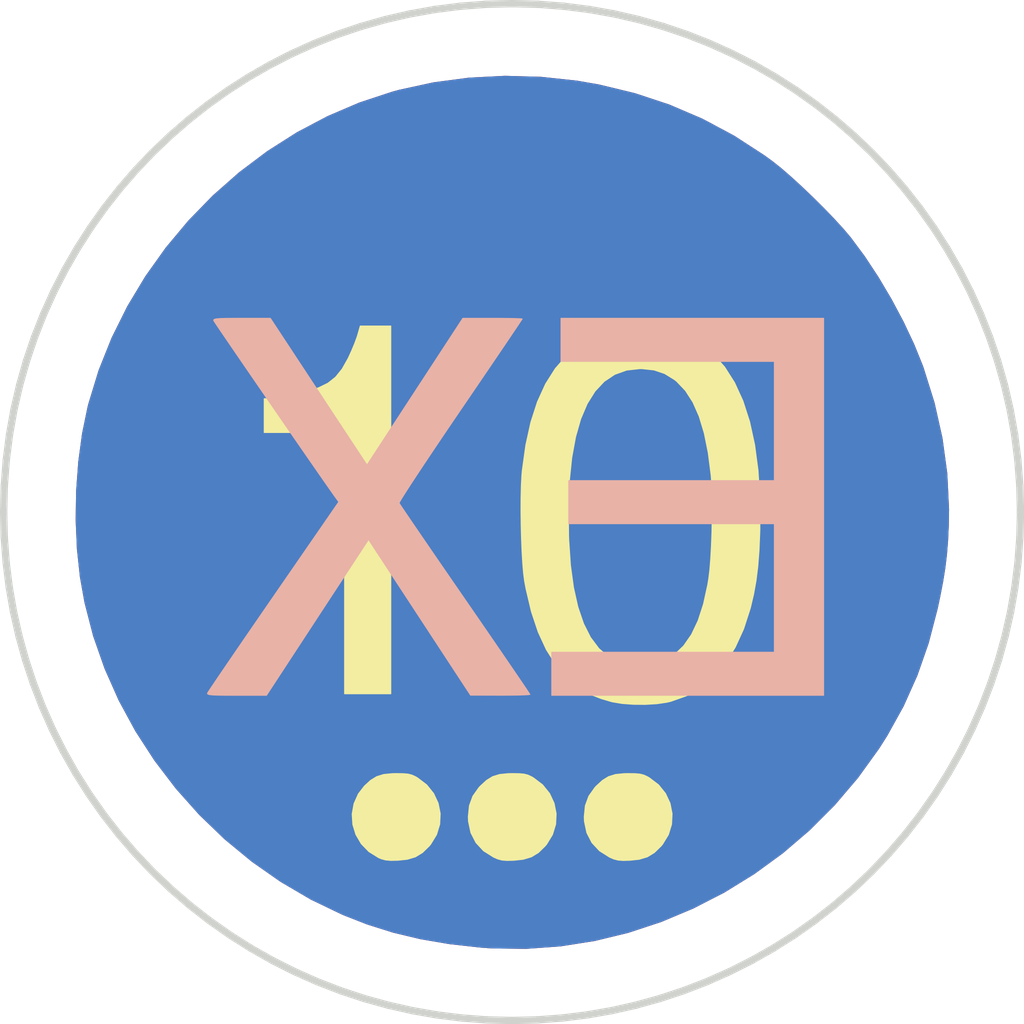
<source format=kicad_pcb>
(kicad_pcb (version 20171130) (host pcbnew 5.1.5+dfsg1-2build2)

  (general
    (thickness 1.6)
    (drawings 130)
    (tracks 0)
    (zones 0)
    (modules 4)
    (nets 1)
  )

  (page A4)
  (layers
    (0 F.Cu signal)
    (31 B.Cu signal)
    (32 B.Adhes user)
    (33 F.Adhes user)
    (34 B.Paste user)
    (35 F.Paste user)
    (36 B.SilkS user)
    (37 F.SilkS user)
    (38 B.Mask user)
    (39 F.Mask user)
    (40 Dwgs.User user)
    (41 Cmts.User user)
    (42 Eco1.User user)
    (43 Eco2.User user)
    (44 Edge.Cuts user)
    (45 Margin user)
    (46 B.CrtYd user)
    (47 F.CrtYd user)
    (48 B.Fab user)
    (49 F.Fab user)
  )

  (setup
    (last_trace_width 0.25)
    (trace_clearance 0.2)
    (zone_clearance 0.508)
    (zone_45_only no)
    (trace_min 0.2)
    (via_size 0.6)
    (via_drill 0.4)
    (via_min_size 0.4)
    (via_min_drill 0.3)
    (uvia_size 0.3)
    (uvia_drill 0.1)
    (uvias_allowed no)
    (uvia_min_size 0.2)
    (uvia_min_drill 0.1)
    (edge_width 0.15)
    (segment_width 0.2)
    (pcb_text_width 0.3)
    (pcb_text_size 1.5 1.5)
    (mod_edge_width 0.15)
    (mod_text_size 1 1)
    (mod_text_width 0.15)
    (pad_size 1.524 1.524)
    (pad_drill 0.762)
    (pad_to_mask_clearance 0.2)
    (aux_axis_origin 0 0)
    (visible_elements FFFFFF7F)
    (pcbplotparams
      (layerselection 0x010f0_ffffffff)
      (usegerberextensions false)
      (usegerberattributes false)
      (usegerberadvancedattributes false)
      (creategerberjobfile false)
      (excludeedgelayer true)
      (linewidth 0.100000)
      (plotframeref false)
      (viasonmask false)
      (mode 1)
      (useauxorigin false)
      (hpglpennumber 1)
      (hpglpenspeed 20)
      (hpglpendiameter 15.000000)
      (psnegative false)
      (psa4output false)
      (plotreference true)
      (plotvalue true)
      (plotinvisibletext false)
      (padsonsilk false)
      (subtractmaskfromsilk false)
      (outputformat 1)
      (mirror false)
      (drillshape 0)
      (scaleselection 1)
      (outputdirectory "gerbers/"))
  )

  (net 0 "")

  (net_class Default "This is the default net class."
    (clearance 0.2)
    (trace_width 0.25)
    (via_dia 0.6)
    (via_drill 0.4)
    (uvia_dia 0.3)
    (uvia_drill 0.1)
  )

  (module LOGO (layer F.Cu) (tedit 0) (tstamp 0)
    (at 0 0)
    (fp_text reference G*** (at 0 0) (layer F.SilkS) hide
      (effects (font (size 1.524 1.524) (thickness 0.3)))
    )
    (fp_text value LOGO (at 0.75 0) (layer F.SilkS) hide
      (effects (font (size 1.524 1.524) (thickness 0.3)))
    )
    (fp_poly (pts (xy -0.653666 -7.004494) (xy -0.162131 -6.951857) (xy 0.140773 -6.899218) (xy 0.632356 -6.7803)
      (xy 1.103543 -6.624376) (xy 1.555081 -6.431115) (xy 1.987714 -6.200188) (xy 2.402189 -5.931265)
      (xy 2.517121 -5.847596) (xy 2.632039 -5.756094) (xy 2.766843 -5.639358) (xy 2.91418 -5.504559)
      (xy 3.066697 -5.35887) (xy 3.217042 -5.209461) (xy 3.357863 -5.063506) (xy 3.481806 -4.928175)
      (xy 3.581519 -4.810642) (xy 3.586157 -4.804833) (xy 3.775778 -4.549418) (xy 3.963274 -4.26484)
      (xy 4.142561 -3.96199) (xy 4.307555 -3.65176) (xy 4.45217 -3.345041) (xy 4.570323 -3.052724)
      (xy 4.580125 -3.025609) (xy 4.730615 -2.544491) (xy 4.838822 -2.061537) (xy 4.904741 -1.576771)
      (xy 4.928369 -1.090217) (xy 4.924731 -0.85725) (xy 4.914848 -0.654055) (xy 4.89975 -0.467549)
      (xy 4.8778 -0.285602) (xy 4.847362 -0.096088) (xy 4.806797 0.113122) (xy 4.771477 0.277882)
      (xy 4.649815 0.744356) (xy 4.495622 1.186067) (xy 4.307054 1.607414) (xy 4.082268 2.012792)
      (xy 3.971125 2.187669) (xy 3.683055 2.587251) (xy 3.365904 2.959808) (xy 3.022156 3.3041)
      (xy 2.654298 3.618885) (xy 2.264815 3.902924) (xy 1.856194 4.154977) (xy 1.43092 4.373801)
      (xy 0.991479 4.558158) (xy 0.540358 4.706807) (xy 0.080041 4.818506) (xy -0.386985 4.892017)
      (xy -0.858235 4.926097) (xy -1.331223 4.919508) (xy -1.481666 4.908682) (xy -1.907703 4.861149)
      (xy -2.303099 4.79385) (xy -2.675558 4.704961) (xy -3.032785 4.592656) (xy -3.364929 4.462672)
      (xy -3.800305 4.253803) (xy -4.216549 4.009815) (xy -4.611722 3.733205) (xy -4.983884 3.426467)
      (xy -5.331093 3.092095) (xy -5.65141 2.732584) (xy -5.942893 2.350428) (xy -6.203602 1.948123)
      (xy -6.431597 1.528164) (xy -6.624937 1.093044) (xy -6.781682 0.645258) (xy -6.899891 0.187301)
      (xy -6.962158 -0.161807) (xy -7.003273 -0.542992) (xy -7.020364 -0.940226) (xy -7.013929 -1.343269)
      (xy -6.984464 -1.741884) (xy -6.932467 -2.12583) (xy -6.858435 -2.48487) (xy -6.847158 -2.529416)
      (xy -6.706761 -2.989062) (xy -6.52836 -3.435037) (xy -6.314157 -3.865115) (xy -6.066356 -4.277068)
      (xy -5.787161 -4.668668) (xy -5.478776 -5.037688) (xy -5.143404 -5.3819) (xy -4.78325 -5.699076)
      (xy -4.400517 -5.986988) (xy -3.997409 -6.24341) (xy -3.576129 -6.466113) (xy -3.138882 -6.652869)
      (xy -2.687871 -6.801451) (xy -2.596289 -6.82637) (xy -2.124388 -6.92893) (xy -1.639908 -6.992895)
      (xy -1.147963 -7.018128) (xy -0.653666 -7.004494)) (layer B.Cu) (width 0.01))
  )

  (module LOGO (layer F.Cu) (tedit 0) (tstamp 0)
    (at 0 0)
    (fp_text reference G*** (at 0 0) (layer F.SilkS) hide
      (effects (font (size 1.524 1.524) (thickness 0.3)))
    )
    (fp_text value LOGO (at 0.75 0) (layer F.SilkS) hide
      (effects (font (size 1.524 1.524) (thickness 0.3)))
    )
    (fp_poly (pts (xy -3.881803 -2.979208) (xy -3.769704 -2.808904) (xy -3.657291 -2.638166) (xy -3.548422 -2.472849)
      (xy -3.446952 -2.318808) (xy -3.356738 -2.181898) (xy -3.281638 -2.067975) (xy -3.225508 -1.982891)
      (xy -3.22047 -1.975261) (xy -3.036258 -1.696272) (xy -2.380671 -2.699967) (xy -1.725083 -3.703662)
      (xy -1.317625 -3.703914) (xy -1.191524 -3.703534) (xy -1.081289 -3.702326) (xy -0.993379 -3.700434)
      (xy -0.934253 -3.698) (xy -0.910368 -3.695168) (xy -0.910166 -3.694875) (xy -0.921789 -3.676298)
      (xy -0.955391 -3.625566) (xy -1.009077 -3.545482) (xy -1.080949 -3.438849) (xy -1.16911 -3.308469)
      (xy -1.271664 -3.157144) (xy -1.386713 -2.987679) (xy -1.512361 -2.802874) (xy -1.64671 -2.605532)
      (xy -1.757771 -2.442584) (xy -1.8976 -2.236953) (xy -2.029951 -2.041207) (xy -2.152944 -1.858193)
      (xy -2.264703 -1.690758) (xy -2.363351 -1.541749) (xy -2.447009 -1.414012) (xy -2.513799 -1.310396)
      (xy -2.561846 -1.233746) (xy -2.58927 -1.186909) (xy -2.595131 -1.172887) (xy -2.581718 -1.151526)
      (xy -2.546135 -1.098124) (xy -2.490285 -1.015466) (xy -2.41607 -0.906333) (xy -2.325393 -0.773508)
      (xy -2.220156 -0.619775) (xy -2.102261 -0.447915) (xy -1.973612 -0.260713) (xy -1.83611 -0.06095)
      (xy -1.69461 0.144313) (xy -1.550586 0.353251) (xy -1.413787 0.552038) (xy -1.286086 0.737931)
      (xy -1.169357 0.908185) (xy -1.065473 1.060057) (xy -0.97631 1.190805) (xy -0.90374 1.297683)
      (xy -0.849638 1.37795) (xy -0.815878 1.428861) (xy -0.804333 1.447658) (xy -0.824422 1.451581)
      (xy -0.880385 1.454914) (xy -0.965762 1.457468) (xy -1.074095 1.459056) (xy -1.198925 1.459492)
      (xy -1.211791 1.459466) (xy -1.61925 1.458432) (xy -2.317326 0.393258) (xy -3.015403 -0.671916)
      (xy -3.280695 -0.267166) (xy -3.357757 -0.149561) (xy -3.452895 -0.004318) (xy -3.561008 0.160773)
      (xy -3.676997 0.337925) (xy -3.795763 0.519349) (xy -3.912204 0.697255) (xy -3.978813 0.799042)
      (xy -4.41164 1.4605) (xy -4.822168 1.4605) (xy -4.964681 1.460147) (xy -5.069988 1.458812)
      (xy -5.143212 1.456084) (xy -5.189477 1.451551) (xy -5.213907 1.444802) (xy -5.221624 1.435425)
      (xy -5.220417 1.428503) (xy -5.206664 1.406274) (xy -5.170735 1.352024) (xy -5.114537 1.268548)
      (xy -5.039978 1.158639) (xy -4.948966 1.025093) (xy -4.843407 0.870703) (xy -4.72521 0.698263)
      (xy -4.596281 0.510568) (xy -4.45853 0.310412) (xy -4.315997 0.103682) (xy -3.423854 -1.189142)
      (xy -3.465009 -1.245446) (xy -3.498038 -1.291618) (xy -3.550638 -1.366402) (xy -3.620429 -1.466342)
      (xy -3.705031 -1.587982) (xy -3.802064 -1.727866) (xy -3.909147 -1.882539) (xy -4.023902 -2.048545)
      (xy -4.143948 -2.222428) (xy -4.266906 -2.400733) (xy -4.390394 -2.580004) (xy -4.512034 -2.756785)
      (xy -4.629446 -2.927621) (xy -4.740249 -3.089057) (xy -4.842063 -3.237635) (xy -4.932509 -3.369902)
      (xy -5.009207 -3.482401) (xy -5.069777 -3.571676) (xy -5.111838 -3.634272) (xy -5.133011 -3.666733)
      (xy -5.135048 -3.670338) (xy -5.135874 -3.682246) (xy -5.124353 -3.691011) (xy -5.095182 -3.697103)
      (xy -5.043058 -3.700992) (xy -4.962678 -3.703148) (xy -4.848741 -3.704041) (xy -4.753476 -3.704166)
      (xy -4.358923 -3.704166) (xy -3.881803 -2.979208)) (layer B.SilkS) (width 0.01))
    (fp_poly (pts (xy 3.217334 1.4605) (xy -0.508 1.4605) (xy -0.508 0.867834) (xy 2.54 0.867834)
      (xy 2.54 -0.889) (xy -0.275166 -0.889) (xy -0.275166 -1.481666) (xy 2.54 -1.481666)
      (xy 2.54 -3.1115) (xy -0.381 -3.1115) (xy -0.381 -3.704166) (xy 3.217334 -3.704166)
      (xy 3.217334 1.4605)) (layer B.SilkS) (width 0.01))
  )

  (module LOGO (layer F.Cu) (tedit 0) (tstamp 0)
    (at 0 0)
    (fp_text reference G*** (at 0 0) (layer F.SilkS) hide
      (effects (font (size 1.524 1.524) (thickness 0.3)))
    )
    (fp_text value LOGO (at 0.75 0) (layer F.SilkS) hide
      (effects (font (size 1.524 1.524) (thickness 0.3)))
    )
    (fp_poly (pts (xy -0.653666 -7.004494) (xy -0.162131 -6.951857) (xy 0.140773 -6.899218) (xy 0.632356 -6.7803)
      (xy 1.103543 -6.624376) (xy 1.555081 -6.431115) (xy 1.987714 -6.200188) (xy 2.402189 -5.931265)
      (xy 2.517121 -5.847596) (xy 2.632039 -5.756094) (xy 2.766843 -5.639358) (xy 2.91418 -5.504559)
      (xy 3.066697 -5.35887) (xy 3.217042 -5.209461) (xy 3.357863 -5.063506) (xy 3.481806 -4.928175)
      (xy 3.581519 -4.810642) (xy 3.586157 -4.804833) (xy 3.775778 -4.549418) (xy 3.963274 -4.26484)
      (xy 4.142561 -3.96199) (xy 4.307555 -3.65176) (xy 4.45217 -3.345041) (xy 4.570323 -3.052724)
      (xy 4.580125 -3.025609) (xy 4.730615 -2.544491) (xy 4.838822 -2.061537) (xy 4.904741 -1.576771)
      (xy 4.928369 -1.090217) (xy 4.924731 -0.85725) (xy 4.914848 -0.654055) (xy 4.89975 -0.467549)
      (xy 4.8778 -0.285602) (xy 4.847362 -0.096088) (xy 4.806797 0.113122) (xy 4.771477 0.277882)
      (xy 4.649815 0.744356) (xy 4.495622 1.186067) (xy 4.307054 1.607414) (xy 4.082268 2.012792)
      (xy 3.971125 2.187669) (xy 3.683055 2.587251) (xy 3.365904 2.959808) (xy 3.022156 3.3041)
      (xy 2.654298 3.618885) (xy 2.264815 3.902924) (xy 1.856194 4.154977) (xy 1.43092 4.373801)
      (xy 0.991479 4.558158) (xy 0.540358 4.706807) (xy 0.080041 4.818506) (xy -0.386985 4.892017)
      (xy -0.858235 4.926097) (xy -1.331223 4.919508) (xy -1.481666 4.908682) (xy -1.907703 4.861149)
      (xy -2.303099 4.79385) (xy -2.675558 4.704961) (xy -3.032785 4.592656) (xy -3.364929 4.462672)
      (xy -3.800305 4.253803) (xy -4.216549 4.009815) (xy -4.611722 3.733205) (xy -4.983884 3.426467)
      (xy -5.331093 3.092095) (xy -5.65141 2.732584) (xy -5.942893 2.350428) (xy -6.203602 1.948123)
      (xy -6.431597 1.528164) (xy -6.624937 1.093044) (xy -6.781682 0.645258) (xy -6.899891 0.187301)
      (xy -6.962158 -0.161807) (xy -7.003273 -0.542992) (xy -7.020364 -0.940226) (xy -7.013929 -1.343269)
      (xy -6.984464 -1.741884) (xy -6.932467 -2.12583) (xy -6.858435 -2.48487) (xy -6.847158 -2.529416)
      (xy -6.706761 -2.989062) (xy -6.52836 -3.435037) (xy -6.314157 -3.865115) (xy -6.066356 -4.277068)
      (xy -5.787161 -4.668668) (xy -5.478776 -5.037688) (xy -5.143404 -5.3819) (xy -4.78325 -5.699076)
      (xy -4.400517 -5.986988) (xy -3.997409 -6.24341) (xy -3.576129 -6.466113) (xy -3.138882 -6.652869)
      (xy -2.687871 -6.801451) (xy -2.596289 -6.82637) (xy -2.124388 -6.92893) (xy -1.639908 -6.992895)
      (xy -1.147963 -7.018128) (xy -0.653666 -7.004494)) (layer F.Cu) (width 0.01))
  )

  (module LOGO (layer F.Cu) (tedit 0) (tstamp 0)
    (at 0 0)
    (fp_text reference G*** (at 0 0) (layer F.SilkS) hide
      (effects (font (size 1.524 1.524) (thickness 0.3)))
    )
    (fp_text value LOGO (at 0.75 0) (layer F.SilkS) hide
      (effects (font (size 1.524 1.524) (thickness 0.3)))
    )
    (fp_poly (pts (xy -2.539161 2.530912) (xy -2.471909 2.536921) (xy -2.420041 2.550288) (xy -2.370107 2.573707)
      (xy -2.345985 2.587476) (xy -2.218597 2.684397) (xy -2.123189 2.802844) (xy -2.060841 2.936568)
      (xy -2.03263 3.079317) (xy -2.039637 3.224842) (xy -2.08294 3.36689) (xy -2.163618 3.499213)
      (xy -2.184334 3.523961) (xy -2.276163 3.613306) (xy -2.37227 3.672039) (xy -2.484791 3.705675)
      (xy -2.614083 3.719234) (xy -2.711254 3.721154) (xy -2.782011 3.714899) (xy -2.841838 3.69833)
      (xy -2.878666 3.682671) (xy -3.011679 3.599789) (xy -3.115646 3.492299) (xy -3.189301 3.366574)
      (xy -3.231379 3.228989) (xy -3.240616 3.085916) (xy -3.215745 2.943729) (xy -3.155502 2.808802)
      (xy -3.0733 2.702248) (xy -2.987341 2.623069) (xy -2.903311 2.571374) (xy -2.808549 2.54217)
      (xy -2.690391 2.530467) (xy -2.63525 2.529569) (xy -2.539161 2.530912)) (layer F.SilkS) (width 0.01))
    (fp_poly (pts (xy -0.951661 2.530912) (xy -0.884409 2.536921) (xy -0.832541 2.550288) (xy -0.782607 2.573707)
      (xy -0.758485 2.587476) (xy -0.631097 2.684397) (xy -0.535689 2.802844) (xy -0.473341 2.936568)
      (xy -0.44513 3.079317) (xy -0.452137 3.224842) (xy -0.49544 3.36689) (xy -0.576118 3.499213)
      (xy -0.596834 3.523961) (xy -0.688681 3.613292) (xy -0.78491 3.672072) (xy -0.897642 3.705815)
      (xy -1.026583 3.7195) (xy -1.1202 3.721825) (xy -1.187881 3.716528) (xy -1.245708 3.701113)
      (xy -1.302193 3.676732) (xy -1.440396 3.589464) (xy -1.545066 3.476921) (xy -1.614674 3.341539)
      (xy -1.647693 3.185754) (xy -1.650328 3.122084) (xy -1.635158 2.969944) (xy -1.587822 2.839844)
      (xy -1.504708 2.722571) (xy -1.4858 2.702248) (xy -1.399841 2.623069) (xy -1.315811 2.571374)
      (xy -1.221049 2.54217) (xy -1.102891 2.530467) (xy -1.04775 2.529569) (xy -0.951661 2.530912)) (layer F.SilkS) (width 0.01))
    (fp_poly (pts (xy 0.635839 2.530912) (xy 0.703091 2.536921) (xy 0.754959 2.550288) (xy 0.804893 2.573707)
      (xy 0.829015 2.587476) (xy 0.956403 2.684397) (xy 1.051811 2.802844) (xy 1.114159 2.936568)
      (xy 1.14237 3.079317) (xy 1.135363 3.224842) (xy 1.09206 3.36689) (xy 1.011382 3.499213)
      (xy 0.990666 3.523961) (xy 0.898819 3.613292) (xy 0.80259 3.672072) (xy 0.689858 3.705815)
      (xy 0.560917 3.7195) (xy 0.4673 3.721825) (xy 0.399619 3.716528) (xy 0.341792 3.701113)
      (xy 0.285307 3.676732) (xy 0.147104 3.589464) (xy 0.042434 3.476921) (xy -0.027174 3.341539)
      (xy -0.060193 3.185754) (xy -0.062828 3.122084) (xy -0.047658 2.969944) (xy -0.000322 2.839844)
      (xy 0.082792 2.722571) (xy 0.1017 2.702248) (xy 0.187659 2.623069) (xy 0.271689 2.571374)
      (xy 0.366451 2.54217) (xy 0.484609 2.530467) (xy 0.53975 2.529569) (xy 0.635839 2.530912)) (layer F.SilkS) (width 0.01))
    (fp_poly (pts (xy 0.960234 -3.566685) (xy 1.173073 -3.525065) (xy 1.364345 -3.453487) (xy 1.540213 -3.349658)
      (xy 1.703778 -3.214192) (xy 1.861735 -3.035886) (xy 1.997723 -2.821849) (xy 2.1116 -2.572626)
      (xy 2.203224 -2.288759) (xy 2.272452 -1.970792) (xy 2.319142 -1.619267) (xy 2.343151 -1.234728)
      (xy 2.344337 -0.817718) (xy 2.343236 -0.775676) (xy 2.332815 -0.525645) (xy 2.316148 -0.307613)
      (xy 2.291976 -0.111539) (xy 2.259037 0.072615) (xy 2.216073 0.25489) (xy 2.21198 0.27039)
      (xy 2.12092 0.551941) (xy 2.006425 0.802384) (xy 1.869625 1.020446) (xy 1.71165 1.204859)
      (xy 1.533628 1.35435) (xy 1.336692 1.46765) (xy 1.121969 1.543488) (xy 1.068917 1.555764)
      (xy 0.932057 1.575777) (xy 0.774531 1.585066) (xy 0.611151 1.583825) (xy 0.45673 1.57225)
      (xy 0.326082 1.550534) (xy 0.306917 1.545746) (xy 0.170375 1.505497) (xy 0.059532 1.46234)
      (xy -0.042028 1.409043) (xy -0.127407 1.35439) (xy -0.298861 1.214677) (xy -0.44991 1.041825)
      (xy -0.58107 0.834827) (xy -0.692861 0.592679) (xy -0.7858 0.314375) (xy -0.860405 -0.001089)
      (xy -0.87976 -0.105833) (xy -0.893418 -0.209475) (xy -0.905118 -0.346979) (xy -0.914682 -0.509912)
      (xy -0.92193 -0.689841) (xy -0.926685 -0.878332) (xy -0.928768 -1.066951) (xy -0.928559 -1.11611)
      (xy -0.279058 -1.11611) (xy -0.274624 -0.722266) (xy -0.272473 -0.663504) (xy -0.249154 -0.321177)
      (xy -0.20778 -0.017083) (xy -0.148304 0.248859) (xy -0.070681 0.476728) (xy 0.025137 0.666606)
      (xy 0.139197 0.818571) (xy 0.271546 0.932704) (xy 0.422229 1.009086) (xy 0.591294 1.047794)
      (xy 0.73025 1.052149) (xy 0.847441 1.041849) (xy 0.94468 1.019333) (xy 1.03129 0.985462)
      (xy 1.174044 0.900362) (xy 1.298694 0.781406) (xy 1.405836 0.627504) (xy 1.496068 0.437563)
      (xy 1.569985 0.210491) (xy 1.628184 -0.054802) (xy 1.640908 -0.130765) (xy 1.656122 -0.254201)
      (xy 1.668804 -0.410289) (xy 1.67873 -0.589411) (xy 1.685674 -0.781948) (xy 1.689414 -0.978283)
      (xy 1.689725 -1.168796) (xy 1.686383 -1.343871) (xy 1.679164 -1.493888) (xy 1.674103 -1.55575)
      (xy 1.635043 -1.861787) (xy 1.580931 -2.129259) (xy 1.511319 -2.359339) (xy 1.425757 -2.553196)
      (xy 1.323797 -2.712001) (xy 1.204989 -2.836926) (xy 1.172982 -2.862711) (xy 1.038888 -2.945384)
      (xy 0.894225 -2.994081) (xy 0.728839 -3.012001) (xy 0.6985 -3.01222) (xy 0.518135 -2.992129)
      (xy 0.35595 -2.933937) (xy 0.212011 -2.837804) (xy 0.086386 -2.703893) (xy -0.02086 -2.532364)
      (xy -0.109659 -2.32338) (xy -0.179946 -2.077101) (xy -0.231652 -1.793689) (xy -0.264712 -1.473305)
      (xy -0.279058 -1.11611) (xy -0.928559 -1.11611) (xy -0.928 -1.247266) (xy -0.924203 -1.410844)
      (xy -0.917199 -1.549249) (xy -0.911669 -1.613971) (xy -0.863075 -1.965063) (xy -0.793847 -2.279832)
      (xy -0.703619 -2.559124) (xy -0.59202 -2.803785) (xy -0.458682 -3.01466) (xy -0.303237 -3.192596)
      (xy -0.175916 -3.301929) (xy -0.013453 -3.411604) (xy 0.148373 -3.491246) (xy 0.319404 -3.543917)
      (xy 0.509482 -3.572681) (xy 0.719667 -3.580643) (xy 0.960234 -3.566685)) (layer F.SilkS) (width 0.01))
    (fp_poly (pts (xy -2.709333 1.439334) (xy -3.344333 1.439334) (xy -3.344333 -2.137833) (xy -4.445 -2.137833)
      (xy -4.445 -2.6035) (xy -4.389451 -2.6035) (xy -4.332167 -2.60869) (xy -4.244591 -2.622732)
      (xy -4.137272 -2.64333) (xy -4.020758 -2.66819) (xy -3.905596 -2.695017) (xy -3.802337 -2.721516)
      (xy -3.721526 -2.745393) (xy -3.696272 -2.754296) (xy -3.571033 -2.815589) (xy -3.466923 -2.898369)
      (xy -3.377122 -3.009509) (xy -3.294812 -3.155876) (xy -3.292068 -3.161544) (xy -3.247059 -3.260164)
      (xy -3.205419 -3.360544) (xy -3.173662 -3.446623) (xy -3.164271 -3.476625) (xy -3.129663 -3.598333)
      (xy -2.709333 -3.598333) (xy -2.709333 1.439334)) (layer F.SilkS) (width 0.01))
  )

  (gr_line (start 5.9113 -1.0498) (end 5.9028 -0.7046) (layer Edge.Cuts) (width 0.1))
  (gr_line (start 5.9028 -0.7046) (end 5.8774 -0.3618) (layer Edge.Cuts) (width 0.1))
  (gr_line (start 5.8774 -0.3618) (end 5.8351 -0.0219) (layer Edge.Cuts) (width 0.1))
  (gr_line (start 5.8351 -0.0219) (end 5.7764 0.3147) (layer Edge.Cuts) (width 0.1))
  (gr_line (start 5.7764 0.3147) (end 5.7014 0.647) (layer Edge.Cuts) (width 0.1))
  (gr_line (start 5.7014 0.647) (end 5.6105 0.9748) (layer Edge.Cuts) (width 0.1))
  (gr_line (start 5.6105 0.9748) (end 5.5037 1.2974) (layer Edge.Cuts) (width 0.1))
  (gr_line (start 5.5037 1.2974) (end 5.3814 1.6142) (layer Edge.Cuts) (width 0.1))
  (gr_line (start 5.3814 1.6142) (end 5.2439 1.9247) (layer Edge.Cuts) (width 0.1))
  (gr_line (start 5.2439 1.9247) (end 5.0913 2.2282) (layer Edge.Cuts) (width 0.1))
  (gr_line (start 5.0913 2.2282) (end 4.9239 2.5243) (layer Edge.Cuts) (width 0.1))
  (gr_line (start 4.9239 2.5243) (end 4.7418 2.8123) (layer Edge.Cuts) (width 0.1))
  (gr_line (start 4.7418 2.8123) (end 4.5454 3.0918) (layer Edge.Cuts) (width 0.1))
  (gr_line (start 4.5454 3.0918) (end 4.3349 3.362) (layer Edge.Cuts) (width 0.1))
  (gr_line (start 4.3349 3.362) (end 4.1105 3.6225) (layer Edge.Cuts) (width 0.1))
  (gr_line (start 4.1105 3.6225) (end 3.8725 3.8726) (layer Edge.Cuts) (width 0.1))
  (gr_line (start 3.8725 3.8726) (end 3.6223 4.1107) (layer Edge.Cuts) (width 0.1))
  (gr_line (start 3.6223 4.1107) (end 3.3619 4.335) (layer Edge.Cuts) (width 0.1))
  (gr_line (start 3.3619 4.335) (end 3.0916 4.5455) (layer Edge.Cuts) (width 0.1))
  (gr_line (start 3.0916 4.5455) (end 2.8122 4.742) (layer Edge.Cuts) (width 0.1))
  (gr_line (start 2.8122 4.742) (end 2.5241 4.924) (layer Edge.Cuts) (width 0.1))
  (gr_line (start 2.5241 4.924) (end 2.228 5.0915) (layer Edge.Cuts) (width 0.1))
  (gr_line (start 2.228 5.0915) (end 1.9245 5.2441) (layer Edge.Cuts) (width 0.1))
  (gr_line (start 1.9245 5.2441) (end 1.614 5.3816) (layer Edge.Cuts) (width 0.1))
  (gr_line (start 1.614 5.3816) (end 1.2973 5.5039) (layer Edge.Cuts) (width 0.1))
  (gr_line (start 1.2973 5.5039) (end 0.9746 5.6107) (layer Edge.Cuts) (width 0.1))
  (gr_line (start 0.9746 5.6107) (end 0.6469 5.7016) (layer Edge.Cuts) (width 0.1))
  (gr_line (start 0.6469 5.7016) (end 0.3145 5.7766) (layer Edge.Cuts) (width 0.1))
  (gr_line (start 0.3145 5.7766) (end -0.022 5.8353) (layer Edge.Cuts) (width 0.1))
  (gr_line (start -0.022 5.8353) (end -0.362 5.8775) (layer Edge.Cuts) (width 0.1))
  (gr_line (start -0.362 5.8775) (end -0.7047 5.903) (layer Edge.Cuts) (width 0.1))
  (gr_line (start -0.7047 5.903) (end -1.05 5.9115) (layer Edge.Cuts) (width 0.1))
  (gr_line (start -1.05 5.9115) (end -1.3952 5.903) (layer Edge.Cuts) (width 0.1))
  (gr_line (start -1.3952 5.903) (end -1.738 5.8775) (layer Edge.Cuts) (width 0.1))
  (gr_line (start -1.738 5.8775) (end -2.078 5.8353) (layer Edge.Cuts) (width 0.1))
  (gr_line (start -2.078 5.8353) (end -2.4144 5.7766) (layer Edge.Cuts) (width 0.1))
  (gr_line (start -2.4144 5.7766) (end -2.7468 5.7016) (layer Edge.Cuts) (width 0.1))
  (gr_line (start -2.7468 5.7016) (end -3.0746 5.6107) (layer Edge.Cuts) (width 0.1))
  (gr_line (start -3.0746 5.6107) (end -3.3972 5.5039) (layer Edge.Cuts) (width 0.1))
  (gr_line (start -3.3972 5.5039) (end -3.714 5.3816) (layer Edge.Cuts) (width 0.1))
  (gr_line (start -3.714 5.3816) (end -4.0244 5.2441) (layer Edge.Cuts) (width 0.1))
  (gr_line (start -4.0244 5.2441) (end -4.328 5.0915) (layer Edge.Cuts) (width 0.1))
  (gr_line (start -4.328 5.0915) (end -4.6241 4.924) (layer Edge.Cuts) (width 0.1))
  (gr_line (start -4.6241 4.924) (end -4.9122 4.742) (layer Edge.Cuts) (width 0.1))
  (gr_line (start -4.9122 4.742) (end -5.1915 4.5455) (layer Edge.Cuts) (width 0.1))
  (gr_line (start -5.1915 4.5455) (end -5.4618 4.335) (layer Edge.Cuts) (width 0.1))
  (gr_line (start -5.4618 4.335) (end -5.7222 4.1107) (layer Edge.Cuts) (width 0.1))
  (gr_line (start -5.7222 4.1107) (end -5.9724 3.8726) (layer Edge.Cuts) (width 0.1))
  (gr_line (start -5.9724 3.8726) (end -6.2104 3.6225) (layer Edge.Cuts) (width 0.1))
  (gr_line (start -6.2104 3.6225) (end -6.4349 3.362) (layer Edge.Cuts) (width 0.1))
  (gr_line (start -6.4349 3.362) (end -6.6453 3.0918) (layer Edge.Cuts) (width 0.1))
  (gr_line (start -6.6453 3.0918) (end -6.8417 2.8123) (layer Edge.Cuts) (width 0.1))
  (gr_line (start -6.8417 2.8123) (end -7.0238 2.5243) (layer Edge.Cuts) (width 0.1))
  (gr_line (start -7.0238 2.5243) (end -7.1912 2.2282) (layer Edge.Cuts) (width 0.1))
  (gr_line (start -7.1912 2.2282) (end -7.3438 1.9247) (layer Edge.Cuts) (width 0.1))
  (gr_line (start -7.3438 1.9247) (end -7.4814 1.6142) (layer Edge.Cuts) (width 0.1))
  (gr_line (start -7.4814 1.6142) (end -7.6036 1.2974) (layer Edge.Cuts) (width 0.1))
  (gr_line (start -7.6036 1.2974) (end -7.7104 0.9748) (layer Edge.Cuts) (width 0.1))
  (gr_line (start -7.7104 0.9748) (end -7.8014 0.647) (layer Edge.Cuts) (width 0.1))
  (gr_line (start -7.8014 0.647) (end -7.8763 0.3147) (layer Edge.Cuts) (width 0.1))
  (gr_line (start -7.8763 0.3147) (end -7.935 -0.0219) (layer Edge.Cuts) (width 0.1))
  (gr_line (start -7.935 -0.0219) (end -7.9773 -0.3618) (layer Edge.Cuts) (width 0.1))
  (gr_line (start -7.9773 -0.3618) (end -8.0028 -0.7046) (layer Edge.Cuts) (width 0.1))
  (gr_line (start -8.0028 -0.7046) (end -8.0113 -1.0498) (layer Edge.Cuts) (width 0.1))
  (gr_line (start -8.0113 -1.0498) (end -8.0023 -1.408) (layer Edge.Cuts) (width 0.1))
  (gr_line (start -8.0023 -1.408) (end -7.9754 -1.7615) (layer Edge.Cuts) (width 0.1))
  (gr_line (start -7.9754 -1.7615) (end -7.9312 -2.11) (layer Edge.Cuts) (width 0.1))
  (gr_line (start -7.9312 -2.11) (end -7.8699 -2.4527) (layer Edge.Cuts) (width 0.1))
  (gr_line (start -7.8699 -2.4527) (end -7.7922 -2.7895) (layer Edge.Cuts) (width 0.1))
  (gr_line (start -7.7922 -2.7895) (end -7.6984 -3.1199) (layer Edge.Cuts) (width 0.1))
  (gr_line (start -7.6984 -3.1199) (end -7.589 -3.4434) (layer Edge.Cuts) (width 0.1))
  (gr_line (start -7.589 -3.4434) (end -7.4643 -3.7594) (layer Edge.Cuts) (width 0.1))
  (gr_line (start -7.4643 -3.7594) (end -7.3249 -4.0679) (layer Edge.Cuts) (width 0.1))
  (gr_line (start -7.3249 -4.0679) (end -7.1711 -4.368) (layer Edge.Cuts) (width 0.1))
  (gr_line (start -7.1711 -4.368) (end -7.0035 -4.6595) (layer Edge.Cuts) (width 0.1))
  (gr_line (start -7.0035 -4.6595) (end -6.8224 -4.942) (layer Edge.Cuts) (width 0.1))
  (gr_line (start -6.8224 -4.942) (end -6.6284 -5.2149) (layer Edge.Cuts) (width 0.1))
  (gr_line (start -6.6284 -5.2149) (end -6.4217 -5.4779) (layer Edge.Cuts) (width 0.1))
  (gr_line (start -6.4217 -5.4779) (end -6.2029 -5.7305) (layer Edge.Cuts) (width 0.1))
  (gr_line (start -6.2029 -5.7305) (end -5.9724 -5.9722) (layer Edge.Cuts) (width 0.1))
  (gr_line (start -5.9724 -5.9722) (end -5.7306 -6.2027) (layer Edge.Cuts) (width 0.1))
  (gr_line (start -5.7306 -6.2027) (end -5.4781 -6.4215) (layer Edge.Cuts) (width 0.1))
  (gr_line (start -5.4781 -6.4215) (end -5.215 -6.6281) (layer Edge.Cuts) (width 0.1))
  (gr_line (start -5.215 -6.6281) (end -4.9422 -6.8222) (layer Edge.Cuts) (width 0.1))
  (gr_line (start -4.9422 -6.8222) (end -4.6597 -7.0034) (layer Edge.Cuts) (width 0.1))
  (gr_line (start -4.6597 -7.0034) (end -4.3682 -7.1709) (layer Edge.Cuts) (width 0.1))
  (gr_line (start -4.3682 -7.1709) (end -4.068 -7.3247) (layer Edge.Cuts) (width 0.1))
  (gr_line (start -4.068 -7.3247) (end -3.7597 -7.4641) (layer Edge.Cuts) (width 0.1))
  (gr_line (start -3.7597 -7.4641) (end -3.4436 -7.5888) (layer Edge.Cuts) (width 0.1))
  (gr_line (start -3.4436 -7.5888) (end -3.1201 -7.6981) (layer Edge.Cuts) (width 0.1))
  (gr_line (start -3.1201 -7.6981) (end -2.7897 -7.792) (layer Edge.Cuts) (width 0.1))
  (gr_line (start -2.7897 -7.792) (end -2.453 -7.8697) (layer Edge.Cuts) (width 0.1))
  (gr_line (start -2.453 -7.8697) (end -2.1102 -7.9309) (layer Edge.Cuts) (width 0.1))
  (gr_line (start -2.1102 -7.9309) (end -1.7617 -7.9752) (layer Edge.Cuts) (width 0.1))
  (gr_line (start -1.7617 -7.9752) (end -1.4083 -8.0021) (layer Edge.Cuts) (width 0.1))
  (gr_line (start -1.4083 -8.0021) (end -1.05 -8.0111) (layer Edge.Cuts) (width 0.1))
  (gr_line (start -1.05 -8.0111) (end -0.6917 -8.0021) (layer Edge.Cuts) (width 0.1))
  (gr_line (start -0.6917 -8.0021) (end -0.3383 -7.9752) (layer Edge.Cuts) (width 0.1))
  (gr_line (start -0.3383 -7.9752) (end 0.0102 -7.9309) (layer Edge.Cuts) (width 0.1))
  (gr_line (start 0.0102 -7.9309) (end 0.353 -7.8697) (layer Edge.Cuts) (width 0.1))
  (gr_line (start 0.353 -7.8697) (end 0.6898 -7.792) (layer Edge.Cuts) (width 0.1))
  (gr_line (start 0.6898 -7.792) (end 1.0201 -7.6981) (layer Edge.Cuts) (width 0.1))
  (gr_line (start 1.0201 -7.6981) (end 1.3436 -7.5888) (layer Edge.Cuts) (width 0.1))
  (gr_line (start 1.3436 -7.5888) (end 1.6597 -7.4641) (layer Edge.Cuts) (width 0.1))
  (gr_line (start 1.6597 -7.4641) (end 1.968 -7.3247) (layer Edge.Cuts) (width 0.1))
  (gr_line (start 1.968 -7.3247) (end 2.2682 -7.1709) (layer Edge.Cuts) (width 0.1))
  (gr_line (start 2.2682 -7.1709) (end 2.5598 -7.0034) (layer Edge.Cuts) (width 0.1))
  (gr_line (start 2.5598 -7.0034) (end 2.8422 -6.8222) (layer Edge.Cuts) (width 0.1))
  (gr_line (start 2.8422 -6.8222) (end 3.1151 -6.6281) (layer Edge.Cuts) (width 0.1))
  (gr_line (start 3.1151 -6.6281) (end 3.3781 -6.4215) (layer Edge.Cuts) (width 0.1))
  (gr_line (start 3.3781 -6.4215) (end 3.6306 -6.2027) (layer Edge.Cuts) (width 0.1))
  (gr_line (start 3.6306 -6.2027) (end 3.8725 -5.9722) (layer Edge.Cuts) (width 0.1))
  (gr_line (start 3.8725 -5.9722) (end 4.1029 -5.7305) (layer Edge.Cuts) (width 0.1))
  (gr_line (start 4.1029 -5.7305) (end 4.3218 -5.4779) (layer Edge.Cuts) (width 0.1))
  (gr_line (start 4.3218 -5.4779) (end 4.5284 -5.2149) (layer Edge.Cuts) (width 0.1))
  (gr_line (start 4.5284 -5.2149) (end 4.7225 -4.942) (layer Edge.Cuts) (width 0.1))
  (gr_line (start 4.7225 -4.942) (end 4.9035 -4.6595) (layer Edge.Cuts) (width 0.1))
  (gr_line (start 4.9035 -4.6595) (end 5.0712 -4.368) (layer Edge.Cuts) (width 0.1))
  (gr_line (start 5.0712 -4.368) (end 5.2249 -4.0679) (layer Edge.Cuts) (width 0.1))
  (gr_line (start 5.2249 -4.0679) (end 5.3643 -3.7594) (layer Edge.Cuts) (width 0.1))
  (gr_line (start 5.3643 -3.7594) (end 5.489 -3.4434) (layer Edge.Cuts) (width 0.1))
  (gr_line (start 5.489 -3.4434) (end 5.5984 -3.1199) (layer Edge.Cuts) (width 0.1))
  (gr_line (start 5.5984 -3.1199) (end 5.6922 -2.7895) (layer Edge.Cuts) (width 0.1))
  (gr_line (start 5.6922 -2.7895) (end 5.7699 -2.4527) (layer Edge.Cuts) (width 0.1))
  (gr_line (start 5.7699 -2.4527) (end 5.8312 -2.11) (layer Edge.Cuts) (width 0.1))
  (gr_line (start 5.8312 -2.11) (end 5.8754 -1.7615) (layer Edge.Cuts) (width 0.1))
  (gr_line (start 5.8754 -1.7615) (end 5.9023 -1.408) (layer Edge.Cuts) (width 0.1))
  (gr_line (start 5.9023 -1.408) (end 5.9113 -1.0498) (layer Edge.Cuts) (width 0.1))
  (gr_line (start 5.9113 -1.0498) (end 5.9113 -1.0498) (layer Edge.Cuts) (width 0.1))
  (gr_line (start 5.9113 -1.0498) (end 5.9113 -1.0498) (layer Edge.Cuts) (width 0.1))

)

</source>
